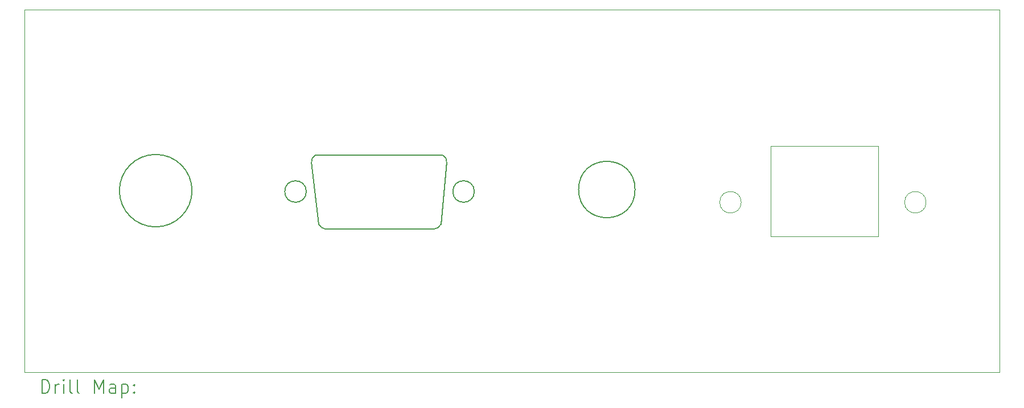
<source format=gbr>
%TF.GenerationSoftware,KiCad,Pcbnew,8.0.1*%
%TF.CreationDate,2025-08-11T12:06:45+02:00*%
%TF.ProjectId,SVX_Node_Case_back,5356585f-4e6f-4646-955f-436173655f62,rev?*%
%TF.SameCoordinates,Original*%
%TF.FileFunction,Drillmap*%
%TF.FilePolarity,Positive*%
%FSLAX45Y45*%
G04 Gerber Fmt 4.5, Leading zero omitted, Abs format (unit mm)*
G04 Created by KiCad (PCBNEW 8.0.1) date 2025-08-11 12:06:45*
%MOMM*%
%LPD*%
G01*
G04 APERTURE LIST*
%ADD10C,0.200000*%
%ADD11C,0.050000*%
G04 APERTURE END LIST*
D10*
X10541000Y-9697000D02*
G75*
G02*
X9461000Y-9697000I-540000J0D01*
G01*
X9461000Y-9697000D02*
G75*
G02*
X10541000Y-9697000I540000J0D01*
G01*
X14243974Y-10196681D02*
G75*
G02*
X14130000Y-10270002I-109984J45721D01*
G01*
D11*
X19150000Y-9030000D02*
X20750000Y-9030000D01*
X20750000Y-10380000D01*
X19150000Y-10380000D01*
X19150000Y-9030000D01*
D10*
X12319334Y-9270264D02*
G75*
G02*
X12376061Y-9169702I90936J14984D01*
G01*
X17131000Y-9680000D02*
G75*
G02*
X16291000Y-9680000I-420000J0D01*
G01*
X16291000Y-9680000D02*
G75*
G02*
X17131000Y-9680000I420000J0D01*
G01*
X12530000Y-10270000D02*
X14130000Y-10270000D01*
X14243974Y-10196681D02*
X14328000Y-9271000D01*
X14740000Y-9710000D02*
G75*
G02*
X14420000Y-9710000I-160000J0D01*
G01*
X14420000Y-9710000D02*
G75*
G02*
X14740000Y-9710000I160000J0D01*
G01*
X12376061Y-9169703D02*
X14270673Y-9170000D01*
X12240000Y-9710000D02*
G75*
G02*
X11920000Y-9710000I-160000J0D01*
G01*
X11920000Y-9710000D02*
G75*
G02*
X12240000Y-9710000I160000J0D01*
G01*
X12530000Y-10270000D02*
G75*
G02*
X12427380Y-10196745I7520J119040D01*
G01*
X14271000Y-9170000D02*
G75*
G02*
X14327729Y-9270561I-34210J-85580D01*
G01*
X12427377Y-10196747D02*
X12319334Y-9270264D01*
D11*
X18710000Y-9870000D02*
G75*
G02*
X18390000Y-9870000I-160000J0D01*
G01*
X18390000Y-9870000D02*
G75*
G02*
X18710000Y-9870000I160000J0D01*
G01*
X21460000Y-9870000D02*
G75*
G02*
X21140000Y-9870000I-160000J0D01*
G01*
X21140000Y-9870000D02*
G75*
G02*
X21460000Y-9870000I160000J0D01*
G01*
X8050000Y-7000000D02*
X22550000Y-7000000D01*
X22550000Y-12400000D01*
X8050000Y-12400000D01*
X8050000Y-7000000D01*
D10*
X8308277Y-12713984D02*
X8308277Y-12513984D01*
X8308277Y-12513984D02*
X8355896Y-12513984D01*
X8355896Y-12513984D02*
X8384467Y-12523508D01*
X8384467Y-12523508D02*
X8403515Y-12542555D01*
X8403515Y-12542555D02*
X8413039Y-12561603D01*
X8413039Y-12561603D02*
X8422563Y-12599698D01*
X8422563Y-12599698D02*
X8422563Y-12628269D01*
X8422563Y-12628269D02*
X8413039Y-12666365D01*
X8413039Y-12666365D02*
X8403515Y-12685412D01*
X8403515Y-12685412D02*
X8384467Y-12704460D01*
X8384467Y-12704460D02*
X8355896Y-12713984D01*
X8355896Y-12713984D02*
X8308277Y-12713984D01*
X8508277Y-12713984D02*
X8508277Y-12580650D01*
X8508277Y-12618746D02*
X8517801Y-12599698D01*
X8517801Y-12599698D02*
X8527324Y-12590174D01*
X8527324Y-12590174D02*
X8546372Y-12580650D01*
X8546372Y-12580650D02*
X8565420Y-12580650D01*
X8632086Y-12713984D02*
X8632086Y-12580650D01*
X8632086Y-12513984D02*
X8622563Y-12523508D01*
X8622563Y-12523508D02*
X8632086Y-12533031D01*
X8632086Y-12533031D02*
X8641610Y-12523508D01*
X8641610Y-12523508D02*
X8632086Y-12513984D01*
X8632086Y-12513984D02*
X8632086Y-12533031D01*
X8755896Y-12713984D02*
X8736848Y-12704460D01*
X8736848Y-12704460D02*
X8727324Y-12685412D01*
X8727324Y-12685412D02*
X8727324Y-12513984D01*
X8860658Y-12713984D02*
X8841610Y-12704460D01*
X8841610Y-12704460D02*
X8832086Y-12685412D01*
X8832086Y-12685412D02*
X8832086Y-12513984D01*
X9089229Y-12713984D02*
X9089229Y-12513984D01*
X9089229Y-12513984D02*
X9155896Y-12656841D01*
X9155896Y-12656841D02*
X9222563Y-12513984D01*
X9222563Y-12513984D02*
X9222563Y-12713984D01*
X9403515Y-12713984D02*
X9403515Y-12609222D01*
X9403515Y-12609222D02*
X9393991Y-12590174D01*
X9393991Y-12590174D02*
X9374944Y-12580650D01*
X9374944Y-12580650D02*
X9336848Y-12580650D01*
X9336848Y-12580650D02*
X9317801Y-12590174D01*
X9403515Y-12704460D02*
X9384467Y-12713984D01*
X9384467Y-12713984D02*
X9336848Y-12713984D01*
X9336848Y-12713984D02*
X9317801Y-12704460D01*
X9317801Y-12704460D02*
X9308277Y-12685412D01*
X9308277Y-12685412D02*
X9308277Y-12666365D01*
X9308277Y-12666365D02*
X9317801Y-12647317D01*
X9317801Y-12647317D02*
X9336848Y-12637793D01*
X9336848Y-12637793D02*
X9384467Y-12637793D01*
X9384467Y-12637793D02*
X9403515Y-12628269D01*
X9498753Y-12580650D02*
X9498753Y-12780650D01*
X9498753Y-12590174D02*
X9517801Y-12580650D01*
X9517801Y-12580650D02*
X9555896Y-12580650D01*
X9555896Y-12580650D02*
X9574944Y-12590174D01*
X9574944Y-12590174D02*
X9584467Y-12599698D01*
X9584467Y-12599698D02*
X9593991Y-12618746D01*
X9593991Y-12618746D02*
X9593991Y-12675888D01*
X9593991Y-12675888D02*
X9584467Y-12694936D01*
X9584467Y-12694936D02*
X9574944Y-12704460D01*
X9574944Y-12704460D02*
X9555896Y-12713984D01*
X9555896Y-12713984D02*
X9517801Y-12713984D01*
X9517801Y-12713984D02*
X9498753Y-12704460D01*
X9679705Y-12694936D02*
X9689229Y-12704460D01*
X9689229Y-12704460D02*
X9679705Y-12713984D01*
X9679705Y-12713984D02*
X9670182Y-12704460D01*
X9670182Y-12704460D02*
X9679705Y-12694936D01*
X9679705Y-12694936D02*
X9679705Y-12713984D01*
X9679705Y-12590174D02*
X9689229Y-12599698D01*
X9689229Y-12599698D02*
X9679705Y-12609222D01*
X9679705Y-12609222D02*
X9670182Y-12599698D01*
X9670182Y-12599698D02*
X9679705Y-12590174D01*
X9679705Y-12590174D02*
X9679705Y-12609222D01*
M02*

</source>
